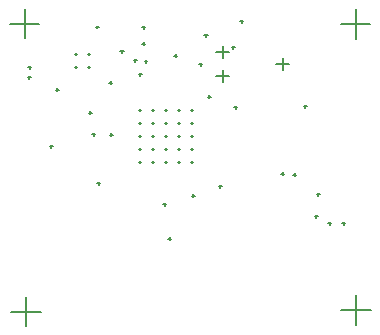
<source format=gbr>
%TF.GenerationSoftware,Altium Limited,Altium Designer,25.4.2 (15)*%
G04 Layer_Color=128*
%FSLAX45Y45*%
%MOMM*%
%TF.SameCoordinates,67C836F6-C9C3-4B7B-B257-39D1A88473F1*%
%TF.FilePolarity,Positive*%
%TF.FileFunction,Drillmap*%
%TF.Part,Single*%
G01*
G75*
%TA.AperFunction,NonConductor*%
%ADD83C,0.12700*%
D83*
X8327500Y8450000D02*
X8577500D01*
X8452500Y8325000D02*
Y8575000D01*
X11132500Y6025000D02*
X11382500D01*
X11257500Y5900000D02*
Y6150000D01*
X11130000Y8445000D02*
X11380000D01*
X11255000Y8320000D02*
Y8570000D01*
X8340000Y6012500D02*
X8590000D01*
X8465000Y5887500D02*
Y6137500D01*
X10075650Y8208100D02*
X10182350D01*
X10129000Y8154750D02*
Y8261450D01*
X10075650Y8004900D02*
X10182350D01*
X10129000Y7951550D02*
Y8058250D01*
X10583650Y8106500D02*
X10690350D01*
X10637000Y8053150D02*
Y8159850D01*
X10005000Y7832500D02*
X10030000D01*
X10017500Y7820000D02*
Y7845000D01*
X9932500Y8107500D02*
X9957500D01*
X9945000Y8095000D02*
Y8120000D01*
X9719844Y8177196D02*
X9744844D01*
X9732344Y8164696D02*
Y8189696D01*
X8996518Y7694127D02*
X9021517D01*
X9009018Y7681628D02*
Y7706627D01*
X9172248Y7510000D02*
X9197248D01*
X9184748Y7497500D02*
Y7522500D01*
X9025000Y7515000D02*
X9050000D01*
X9037500Y7502500D02*
Y7527500D01*
X10096518Y7071627D02*
X10121517D01*
X10109018Y7059127D02*
Y7084127D01*
X9869018Y6991627D02*
X9894018D01*
X9881518Y6979128D02*
Y7004127D01*
X10627500Y7177500D02*
X10652500D01*
X10640000Y7165000D02*
Y7190000D01*
X10726518Y7169127D02*
X10751517D01*
X10739018Y7156628D02*
Y7181627D01*
X11144018Y6761627D02*
X11169018D01*
X11156518Y6749127D02*
Y6774127D01*
X11024018Y6761627D02*
X11049018D01*
X11036518Y6749127D02*
Y6774127D01*
X10909018Y6819127D02*
X10934018D01*
X10921518Y6806627D02*
Y6831627D01*
X10927500Y7005000D02*
X10952500D01*
X10940000Y6992500D02*
Y7017500D01*
X8482500Y8080000D02*
X8507500D01*
X8495000Y8067500D02*
Y8092500D01*
X8480000Y7995000D02*
X8505000D01*
X8492500Y7982500D02*
Y8007500D01*
X9667500Y6630000D02*
X9692500D01*
X9680000Y6617500D02*
Y6642500D01*
X9627500Y6920000D02*
X9652500D01*
X9640000Y6907500D02*
Y6932500D01*
X10227500Y7740000D02*
X10252500D01*
X10240000Y7727500D02*
Y7752500D01*
X10817500Y7750000D02*
X10842500D01*
X10830000Y7737500D02*
Y7762500D01*
X9417500Y8020000D02*
X9442500D01*
X9430000Y8007500D02*
Y8032500D01*
X9377500Y8140000D02*
X9402500D01*
X9390000Y8127500D02*
Y8152500D01*
X9468025Y8132827D02*
X9493025D01*
X9480525Y8120327D02*
Y8145327D01*
X9171052Y7949280D02*
X9196051D01*
X9183551Y7936780D02*
Y7961780D01*
X9447500Y8280000D02*
X9472500D01*
X9460000Y8267500D02*
Y8292500D01*
X9447500Y8420000D02*
X9472500D01*
X9460000Y8407500D02*
Y8432500D01*
X9260180Y8214820D02*
X9290180D01*
X9275180Y8199820D02*
Y8229820D01*
X9975000Y8350000D02*
X10005000D01*
X9990000Y8335000D02*
Y8365000D01*
X10207500Y8250000D02*
X10232500D01*
X10220000Y8237500D02*
Y8262500D01*
X9067500Y7100000D02*
X9092500D01*
X9080000Y7087500D02*
Y7112500D01*
X8667500Y7410000D02*
X8692500D01*
X8680000Y7397500D02*
Y7422500D01*
X10277500Y8470000D02*
X10302500D01*
X10290000Y8457500D02*
Y8482500D01*
X9056604Y8421406D02*
X9081604D01*
X9069104Y8408906D02*
Y8433905D01*
X8717480Y7891780D02*
X8742480D01*
X8729980Y7879280D02*
Y7904280D01*
X9860000Y7280000D02*
X9880000D01*
X9870000Y7270000D02*
Y7290000D01*
X9750000Y7280000D02*
X9770000D01*
X9760000Y7270000D02*
Y7290000D01*
X9640000Y7280000D02*
X9660000D01*
X9650000Y7270000D02*
Y7290000D01*
X9530000Y7280000D02*
X9550000D01*
X9540000Y7270000D02*
Y7290000D01*
X9420000Y7280000D02*
X9440000D01*
X9430000Y7270000D02*
Y7290000D01*
X9860000Y7390000D02*
X9880000D01*
X9870000Y7380000D02*
Y7400000D01*
X9750000Y7390000D02*
X9770000D01*
X9760000Y7380000D02*
Y7400000D01*
X9640000Y7390000D02*
X9660000D01*
X9650000Y7380000D02*
Y7400000D01*
X9530000Y7390000D02*
X9550000D01*
X9540000Y7380000D02*
Y7400000D01*
X9420000Y7390000D02*
X9440000D01*
X9430000Y7380000D02*
Y7400000D01*
X9860000Y7500000D02*
X9880000D01*
X9870000Y7490000D02*
Y7510000D01*
X9750000Y7500000D02*
X9770000D01*
X9760000Y7490000D02*
Y7510000D01*
X9640000Y7500000D02*
X9660000D01*
X9650000Y7490000D02*
Y7510000D01*
X9530000Y7500000D02*
X9550000D01*
X9540000Y7490000D02*
Y7510000D01*
X9420000Y7500000D02*
X9440000D01*
X9430000Y7490000D02*
Y7510000D01*
X9860000Y7610000D02*
X9880000D01*
X9870000Y7600000D02*
Y7620000D01*
X9750000Y7610000D02*
X9770000D01*
X9760000Y7600000D02*
Y7620000D01*
X9640000Y7610000D02*
X9660000D01*
X9650000Y7600000D02*
Y7620000D01*
X9530000Y7610000D02*
X9550000D01*
X9540000Y7600000D02*
Y7620000D01*
X9420000Y7610000D02*
X9440000D01*
X9430000Y7600000D02*
Y7620000D01*
X9860000Y7720000D02*
X9880000D01*
X9870000Y7710000D02*
Y7730000D01*
X9750000Y7720000D02*
X9770000D01*
X9760000Y7710000D02*
Y7730000D01*
X9640000Y7720000D02*
X9660000D01*
X9650000Y7710000D02*
Y7730000D01*
X9530000Y7720000D02*
X9550000D01*
X9540000Y7710000D02*
Y7730000D01*
X9420000Y7720000D02*
X9440000D01*
X9430000Y7710000D02*
Y7730000D01*
X8986680Y8194820D02*
X9006680D01*
X8996680Y8184820D02*
Y8204820D01*
X8986680Y8084820D02*
X9006680D01*
X8996680Y8074820D02*
Y8094820D01*
X8876680Y8084820D02*
X8896680D01*
X8886680Y8074820D02*
Y8094820D01*
X8876680Y8194820D02*
X8896680D01*
X8886680Y8184820D02*
Y8204820D01*
%TF.MD5,01141070f3019fae59f58d9c864c9247*%
M02*

</source>
